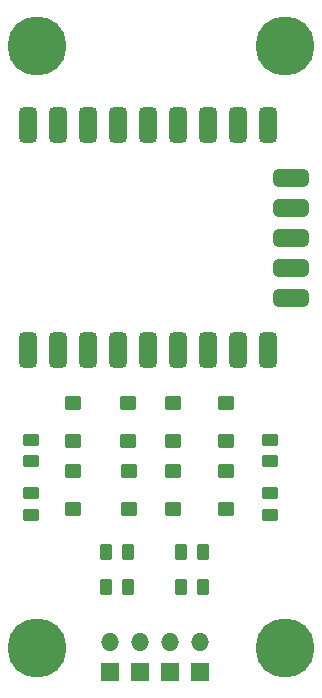
<source format=gbr>
%TF.GenerationSoftware,KiCad,Pcbnew,7.0.9*%
%TF.CreationDate,2025-04-28T00:26:43+09:00*%
%TF.ProjectId,Rp2040_v1.1,52703230-3430-45f7-9631-2e312e6b6963,rev?*%
%TF.SameCoordinates,Original*%
%TF.FileFunction,Soldermask,Top*%
%TF.FilePolarity,Negative*%
%FSLAX46Y46*%
G04 Gerber Fmt 4.6, Leading zero omitted, Abs format (unit mm)*
G04 Created by KiCad (PCBNEW 7.0.9) date 2025-04-28 00:26:43*
%MOMM*%
%LPD*%
G01*
G04 APERTURE LIST*
G04 Aperture macros list*
%AMRoundRect*
0 Rectangle with rounded corners*
0 $1 Rounding radius*
0 $2 $3 $4 $5 $6 $7 $8 $9 X,Y pos of 4 corners*
0 Add a 4 corners polygon primitive as box body*
4,1,4,$2,$3,$4,$5,$6,$7,$8,$9,$2,$3,0*
0 Add four circle primitives for the rounded corners*
1,1,$1+$1,$2,$3*
1,1,$1+$1,$4,$5*
1,1,$1+$1,$6,$7*
1,1,$1+$1,$8,$9*
0 Add four rect primitives between the rounded corners*
20,1,$1+$1,$2,$3,$4,$5,0*
20,1,$1+$1,$4,$5,$6,$7,0*
20,1,$1+$1,$6,$7,$8,$9,0*
20,1,$1+$1,$8,$9,$2,$3,0*%
G04 Aperture macros list end*
%ADD10C,5.000000*%
%ADD11RoundRect,0.102000X-0.610000X0.455000X-0.610000X-0.455000X0.610000X-0.455000X0.610000X0.455000X0*%
%ADD12RoundRect,0.250000X-0.262500X-0.450000X0.262500X-0.450000X0.262500X0.450000X-0.262500X0.450000X0*%
%ADD13RoundRect,0.250000X0.262500X0.450000X-0.262500X0.450000X-0.262500X-0.450000X0.262500X-0.450000X0*%
%ADD14R,1.524000X1.524000*%
%ADD15O,1.524000X1.524000*%
%ADD16RoundRect,0.375000X0.375000X-1.125000X0.375000X1.125000X-0.375000X1.125000X-0.375000X-1.125000X0*%
%ADD17RoundRect,0.375000X1.125000X0.375000X-1.125000X0.375000X-1.125000X-0.375000X1.125000X-0.375000X0*%
%ADD18RoundRect,0.250000X-0.450000X0.262500X-0.450000X-0.262500X0.450000X-0.262500X0.450000X0.262500X0*%
G04 APERTURE END LIST*
D10*
%TO.C,J2*%
X105000000Y-81000000D03*
%TD*%
%TO.C,J2*%
X105000000Y-30000000D03*
%TD*%
%TO.C,J2*%
X84000000Y-30000000D03*
%TD*%
%TO.C,J2*%
X84000000Y-81000000D03*
%TD*%
D11*
%TO.C,D4*%
X95500000Y-60250000D03*
X95500000Y-63520000D03*
%TD*%
D12*
%TO.C,1K1*%
X98000000Y-72885000D03*
X96175000Y-72885000D03*
%TD*%
D13*
%TO.C,1M1*%
X96175000Y-75885000D03*
X98000000Y-75885000D03*
%TD*%
D11*
%TO.C,D3*%
X95500000Y-66000000D03*
X95500000Y-69270000D03*
%TD*%
D14*
%TO.C,U2*%
X90180000Y-83070000D03*
X92720000Y-83070000D03*
X95260000Y-83070000D03*
X97800000Y-83070000D03*
D15*
X90180000Y-80530000D03*
X92720000Y-80530000D03*
X95260000Y-80530000D03*
X97800000Y-80530000D03*
%TD*%
D16*
%TO.C,U1*%
X83200000Y-36740000D03*
X85740000Y-36740000D03*
X88280000Y-36740000D03*
X90820000Y-36740000D03*
X93360000Y-36740000D03*
X95900000Y-36740000D03*
X98440000Y-36740000D03*
X100980000Y-36740000D03*
X103520000Y-36740000D03*
D17*
X105500000Y-41190000D03*
X105500000Y-43730000D03*
X105500000Y-46270000D03*
X105500000Y-48810000D03*
X105500000Y-51350000D03*
D16*
X103520000Y-55740000D03*
X100980000Y-55740000D03*
X98440000Y-55740000D03*
X95900000Y-55740000D03*
X93360000Y-55740000D03*
X90820000Y-55740000D03*
X88280000Y-55740000D03*
X85740000Y-55740000D03*
X83200000Y-55740000D03*
%TD*%
D11*
%TO.C,D8*%
X87000000Y-60250000D03*
X87000000Y-63520000D03*
%TD*%
%TO.C,D7*%
X87000000Y-69270000D03*
X87000000Y-66000000D03*
%TD*%
%TO.C,D6*%
X91702500Y-63520000D03*
X91702500Y-60250000D03*
%TD*%
%TO.C,D5*%
X91750000Y-69270000D03*
X91750000Y-66000000D03*
%TD*%
%TO.C,D2*%
X100000000Y-69270000D03*
X100000000Y-66000000D03*
%TD*%
%TO.C,D1*%
X100000000Y-60250000D03*
X100000000Y-63520000D03*
%TD*%
D18*
%TO.C,1M4*%
X103750000Y-69710000D03*
X103750000Y-67885000D03*
%TD*%
%TO.C,1M3*%
X83500000Y-67885000D03*
X83500000Y-69710000D03*
%TD*%
D13*
%TO.C,1M2*%
X89837500Y-75885000D03*
X91662500Y-75885000D03*
%TD*%
D18*
%TO.C,1K4*%
X103750000Y-63385000D03*
X103750000Y-65210000D03*
%TD*%
%TO.C,1K3*%
X83500000Y-63385000D03*
X83500000Y-65210000D03*
%TD*%
D12*
%TO.C,1K2*%
X91662500Y-72885000D03*
X89837500Y-72885000D03*
%TD*%
M02*

</source>
